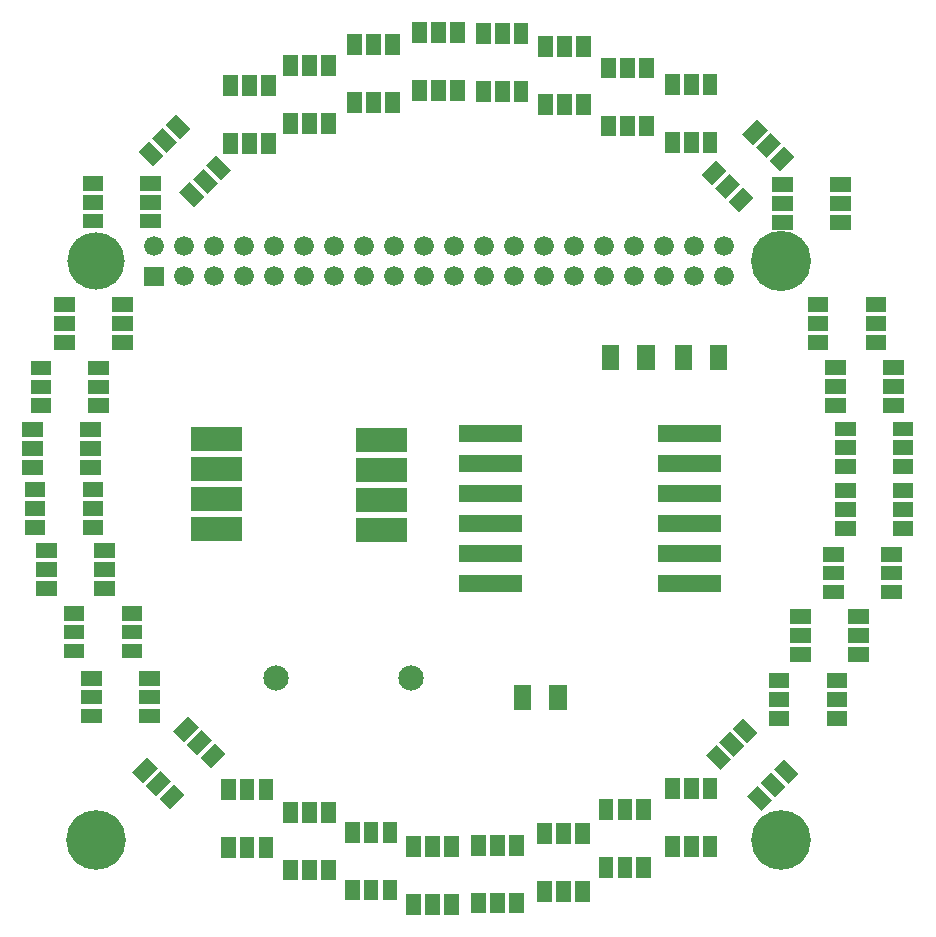
<source format=gbr>
G04 start of page 6 for group -4063 idx -4063 *
G04 Title: (unknown), componentmask *
G04 Creator: pcb 4.2.0 *
G04 CreationDate: Fri Jan  3 20:58:43 2020 UTC *
G04 For: blinken *
G04 Format: Gerber/RS-274X *
G04 PCB-Dimensions (mil): 3149.61 3149.61 *
G04 PCB-Coordinate-Origin: lower left *
%MOIN*%
%FSLAX25Y25*%
%LNTOPMASK*%
%ADD50C,0.1908*%
%ADD49C,0.2008*%
%ADD48C,0.1988*%
%ADD47C,0.0001*%
%ADD46C,0.0847*%
%ADD45C,0.0660*%
G54D45*X102795Y221299D03*
X112795D03*
X122795D03*
X102795Y231299D03*
X112795D03*
X122795D03*
X132795D03*
X142795D03*
X152795D03*
X132795Y221299D03*
X142795D03*
X152795D03*
X162795D03*
G54D46*X138677Y87487D03*
X93401D03*
G54D45*X72795Y221299D03*
Y231299D03*
X82795Y221299D03*
Y231299D03*
G54D47*G36*
X49495Y224599D02*Y217999D01*
X56095D01*
Y224599D01*
X49495D01*
G37*
G54D45*X52795Y231299D03*
X62795Y221299D03*
Y231299D03*
X92795Y221299D03*
Y231299D03*
X162795D03*
X172795Y221299D03*
X182795D03*
X192795D03*
X172795Y231299D03*
X182795D03*
X192795D03*
X202795D03*
X212795D03*
X222795D03*
X202795Y221299D03*
X212795D03*
X222795D03*
X232795D03*
Y231299D03*
X242795D03*
Y221299D03*
G54D48*X261811Y33465D03*
G54D49*Y226378D03*
G54D50*X33465D03*
G54D48*Y33465D03*
G54D47*G36*
X65318Y171169D02*Y163263D01*
X82279D01*
Y171169D01*
X65318D01*
G37*
G36*
X154612Y171923D02*Y165986D01*
X175549D01*
Y171923D01*
X154612D01*
G37*
G36*
X220793D02*Y165986D01*
X241730D01*
Y171923D01*
X220793D01*
G37*
G36*
X65318Y161169D02*Y153263D01*
X82279D01*
Y161169D01*
X65318D01*
G37*
G36*
X154612Y161923D02*Y155986D01*
X175549D01*
Y161923D01*
X154612D01*
G37*
G36*
X220793D02*Y155986D01*
X241730D01*
Y161923D01*
X220793D01*
G37*
G36*
X65318Y151169D02*Y143263D01*
X82279D01*
Y151169D01*
X65318D01*
G37*
G36*
X154612Y151923D02*Y145986D01*
X175549D01*
Y151923D01*
X154612D01*
G37*
G36*
X220793D02*Y145986D01*
X241730D01*
Y151923D01*
X220793D01*
G37*
G36*
X65318Y141169D02*Y133263D01*
X82279D01*
Y141169D01*
X65318D01*
G37*
G36*
X154612Y141923D02*Y135986D01*
X175549D01*
Y141923D01*
X154612D01*
G37*
G36*
X220793D02*Y135986D01*
X241730D01*
Y141923D01*
X220793D01*
G37*
G36*
X120263Y170669D02*Y162763D01*
X137224D01*
Y170669D01*
X120263D01*
G37*
G36*
Y160669D02*Y152763D01*
X137224D01*
Y160669D01*
X120263D01*
G37*
G36*
Y150669D02*Y142763D01*
X137224D01*
Y150669D01*
X120263D01*
G37*
G36*
Y140669D02*Y132763D01*
X137224D01*
Y140669D01*
X120263D01*
G37*
G36*
X178568Y84985D02*X172850D01*
Y76905D01*
X178568D01*
Y84985D01*
G37*
G36*
X190378D02*X184660D01*
Y76905D01*
X190378D01*
Y84985D01*
G37*
G36*
X154612Y121923D02*Y115986D01*
X175549D01*
Y121923D01*
X154612D01*
G37*
G36*
Y131923D02*Y125986D01*
X175549D01*
Y131923D01*
X154612D01*
G37*
G36*
X220793Y121923D02*Y115986D01*
X241730D01*
Y121923D01*
X220793D01*
G37*
G36*
Y131923D02*Y125986D01*
X241730D01*
Y131923D01*
X220793D01*
G37*
G36*
X302075Y119972D02*X302075Y124909D01*
X295169Y124909D01*
X295169Y119972D01*
X302075Y119972D01*
G37*
G36*
X295169Y118610D02*Y113673D01*
X302075D01*
Y118610D01*
X295169D01*
G37*
G36*
Y131209D02*Y126272D01*
X302075D01*
Y131209D01*
X295169D01*
G37*
G36*
X275878Y118610D02*Y113673D01*
X282783D01*
Y118610D01*
X275878D01*
G37*
G36*
X282783Y119972D02*X282783Y124909D01*
X275878Y124909D01*
X275878Y119972D01*
X282783Y119972D01*
G37*
G36*
X275878Y131209D02*Y126272D01*
X282783D01*
Y131209D01*
X275878D01*
G37*
G36*
X291051Y99106D02*X291051Y104043D01*
X284146Y104043D01*
X284146Y99106D01*
X291051Y99106D01*
G37*
G36*
X284146Y97744D02*Y92807D01*
X291051D01*
Y97744D01*
X284146D01*
G37*
G36*
X283965Y77846D02*X283965Y82783D01*
X277059Y82783D01*
X277059Y77846D01*
X283965Y77846D01*
G37*
G36*
X277059Y89083D02*Y84146D01*
X283965D01*
Y89083D01*
X277059D01*
G37*
G36*
X284146Y110343D02*Y105406D01*
X291051D01*
Y110343D01*
X284146D01*
G37*
G36*
X264854Y97744D02*Y92807D01*
X271760D01*
Y97744D01*
X264854D01*
G37*
G36*
X271760Y99106D02*X271760Y104043D01*
X264854Y104043D01*
X264854Y99106D01*
X271760Y99106D01*
G37*
G36*
X264854Y110343D02*Y105406D01*
X271760D01*
Y110343D01*
X264854D01*
G37*
G36*
X264673Y77846D02*X264673Y82783D01*
X257768Y82783D01*
X257768Y77846D01*
X264673Y77846D01*
G37*
G36*
X257768Y89083D02*Y84146D01*
X264673D01*
Y89083D01*
X257768D01*
G37*
G36*
X299106Y160343D02*Y155406D01*
X306012D01*
Y160343D01*
X299106D01*
G37*
G36*
X279815D02*Y155406D01*
X286720D01*
Y160343D01*
X279815D01*
G37*
G36*
Y139870D02*Y134933D01*
X286720D01*
Y139870D01*
X279815D01*
G37*
G36*
X286720Y141232D02*X286720Y146169D01*
X279815Y146169D01*
X279815Y141232D01*
X286720Y141232D01*
G37*
G36*
X279815Y152468D02*Y147531D01*
X286720D01*
Y152468D01*
X279815D01*
G37*
G36*
X286720Y161705D02*X286720Y166642D01*
X279815Y166642D01*
X279815Y161705D01*
X286720Y161705D01*
G37*
G36*
X279815Y172941D02*Y168004D01*
X286720D01*
Y172941D01*
X279815D01*
G37*
G36*
X306012Y141232D02*X306012Y146169D01*
X299106Y146169D01*
X299106Y141232D01*
X306012Y141232D01*
G37*
G36*
X299106Y139870D02*Y134933D01*
X306012D01*
Y139870D01*
X299106D01*
G37*
G36*
Y152468D02*Y147531D01*
X306012D01*
Y152468D01*
X299106D01*
G37*
G36*
X302862Y182177D02*X302862Y187114D01*
X295957Y187114D01*
X295957Y182177D01*
X302862Y182177D01*
G37*
G36*
X295957Y193413D02*Y188476D01*
X302862D01*
Y193413D01*
X295957D01*
G37*
G36*
Y180815D02*Y175878D01*
X302862D01*
Y180815D01*
X295957D01*
G37*
G36*
X306012Y161705D02*X306012Y166642D01*
X299106Y166642D01*
X299106Y161705D01*
X306012Y161705D01*
G37*
G36*
X299106Y172941D02*Y168004D01*
X306012D01*
Y172941D01*
X299106D01*
G37*
G36*
X296957Y203043D02*X296957Y207980D01*
X290051Y207980D01*
X290051Y203043D01*
X296957Y203043D01*
G37*
G36*
X290051Y214280D02*Y209343D01*
X296957D01*
Y214280D01*
X290051D01*
G37*
G36*
Y201681D02*Y196744D01*
X296957D01*
Y201681D01*
X290051D01*
G37*
G36*
X257768Y76484D02*Y71547D01*
X264673D01*
Y76484D01*
X257768D01*
G37*
G36*
X277059D02*Y71547D01*
X283965D01*
Y76484D01*
X277059D01*
G37*
G36*
X258391Y56005D02*X254900Y52514D01*
X259783Y47631D01*
X263274Y51122D01*
X258391Y56005D01*
G37*
G36*
X253937Y51550D02*X250446Y48059D01*
X255329Y43177D01*
X258820Y46668D01*
X253937Y51550D01*
G37*
G36*
X228059Y54043D02*X223122Y54043D01*
X223122Y47138D01*
X228059Y47138D01*
X228059Y54043D01*
G37*
G36*
X234358Y54043D02*X229421Y54043D01*
X229421Y47138D01*
X234358Y47138D01*
X234358Y54043D01*
G37*
G36*
X240657Y54043D02*X235720Y54043D01*
X235720Y47138D01*
X240657Y47138D01*
X240657Y54043D01*
G37*
G36*
X262845Y60459D02*X259354Y56968D01*
X264237Y52085D01*
X267728Y55576D01*
X262845Y60459D01*
G37*
G36*
X240296Y65192D02*X236805Y61701D01*
X241688Y56818D01*
X245179Y60309D01*
X240296Y65192D01*
G37*
G36*
X244750Y69646D02*X241259Y66155D01*
X246142Y61272D01*
X249633Y64763D01*
X244750Y69646D01*
G37*
G36*
X249204Y74100D02*X245713Y70609D01*
X250596Y65726D01*
X254087Y69217D01*
X249204Y74100D01*
G37*
G36*
X80028Y53650D02*X75091Y53650D01*
X75091Y46744D01*
X80028Y46744D01*
X80028Y53650D01*
G37*
G36*
X86327Y53650D02*X81390Y53650D01*
X81390Y46744D01*
X86327Y46744D01*
X86327Y53650D01*
G37*
G36*
X92626Y53650D02*X87689Y53650D01*
X87689Y46744D01*
X92626Y46744D01*
X92626Y53650D01*
G37*
G36*
X58501Y52982D02*X55010Y56473D01*
X50127Y51590D01*
X53618Y48099D01*
X58501Y52982D01*
G37*
G36*
X62955Y48528D02*X59464Y52019D01*
X54581Y47136D01*
X58072Y43645D01*
X62955Y48528D01*
G37*
G36*
X54047Y57437D02*X50556Y60928D01*
X45673Y56045D01*
X49164Y52554D01*
X54047Y57437D01*
G37*
G36*
X67688Y71078D02*X64197Y74569D01*
X59314Y69686D01*
X62805Y66195D01*
X67688Y71078D01*
G37*
G36*
X72142Y66623D02*X68651Y70114D01*
X63768Y65231D01*
X67259Y61740D01*
X72142Y66623D01*
G37*
G36*
X76596Y62169D02*X73105Y65660D01*
X68222Y60777D01*
X71713Y57286D01*
X76596Y62169D01*
G37*
G36*
X28634Y77272D02*Y72335D01*
X35539D01*
Y77272D01*
X28634D01*
G37*
G36*
X47925Y77272D02*X47925Y72335D01*
X54831Y72335D01*
X54831Y77272D01*
X47925Y77272D01*
G37*
G36*
X80028Y34358D02*X75091D01*
Y27453D01*
X80028D01*
Y34358D01*
G37*
G36*
X212311Y27665D02*X207374Y27665D01*
X207374Y20760D01*
X212311Y20760D01*
X212311Y27665D01*
G37*
G36*
X206012Y27665D02*X201075D01*
Y20760D01*
X206012D01*
Y27665D01*
G37*
G36*
X191839Y19791D02*X186902Y19791D01*
X186902Y12886D01*
X191839Y12886D01*
X191839Y19791D01*
G37*
G36*
X198138Y19791D02*X193201D01*
Y12886D01*
X198138D01*
Y19791D01*
G37*
G36*
X185539Y19791D02*X180602D01*
Y12886D01*
X185539D01*
Y19791D01*
G37*
G36*
X169791Y15854D02*X164854Y15854D01*
X164854Y8949D01*
X169791Y8949D01*
X169791Y15854D01*
G37*
G36*
X163492Y15854D02*X158555D01*
Y8949D01*
X163492D01*
Y15854D01*
G37*
G36*
X176091Y15854D02*X171154D01*
Y8949D01*
X176091D01*
Y15854D01*
G37*
G36*
X148138Y15461D02*X143201Y15461D01*
X143201Y8555D01*
X148138Y8555D01*
X148138Y15461D01*
G37*
G36*
X141839Y15461D02*X136902D01*
Y8555D01*
X141839D01*
Y15461D01*
G37*
G36*
X154437Y15461D02*X149500D01*
Y8555D01*
X154437D01*
Y15461D01*
G37*
G36*
X127665Y20185D02*X122728Y20185D01*
X122728Y13280D01*
X127665Y13280D01*
X127665Y20185D01*
G37*
G36*
X121366Y20185D02*X116429D01*
Y13280D01*
X121366D01*
Y20185D01*
G37*
G36*
X107193Y26878D02*X102256Y26878D01*
X102256Y19972D01*
X107193Y19972D01*
X107193Y26878D01*
G37*
G36*
X113492Y26878D02*X108555D01*
Y19972D01*
X113492D01*
Y26878D01*
G37*
G36*
X100894Y26878D02*X95957D01*
Y19972D01*
X100894D01*
Y26878D01*
G37*
G36*
X133965Y20185D02*X129028D01*
Y13280D01*
X133965D01*
Y20185D01*
G37*
G36*
X185539Y39083D02*X180602Y39083D01*
X180602Y32177D01*
X185539Y32177D01*
X185539Y39083D01*
G37*
G36*
X191839Y39083D02*X186902Y39083D01*
X186902Y32177D01*
X191839Y32177D01*
X191839Y39083D01*
G37*
G36*
X198138Y39083D02*X193201Y39083D01*
X193201Y32177D01*
X198138Y32177D01*
X198138Y39083D01*
G37*
G36*
X163492Y35146D02*X158555Y35146D01*
X158555Y28240D01*
X163492Y28240D01*
X163492Y35146D01*
G37*
G36*
X169791Y35146D02*X164854Y35146D01*
X164854Y28240D01*
X169791Y28240D01*
X169791Y35146D01*
G37*
G36*
X176091Y35146D02*X171154Y35146D01*
X171154Y28240D01*
X176091Y28240D01*
X176091Y35146D01*
G37*
G36*
X148138Y34752D02*X143201Y34752D01*
X143201Y27846D01*
X148138Y27846D01*
X148138Y34752D01*
G37*
G36*
X154437Y34752D02*X149500Y34752D01*
X149500Y27846D01*
X154437Y27846D01*
X154437Y34752D01*
G37*
G36*
X234358Y34752D02*X229421Y34752D01*
X229421Y27846D01*
X234358Y27846D01*
X234358Y34752D01*
G37*
G36*
X240657Y34752D02*X235720D01*
Y27846D01*
X240657D01*
Y34752D01*
G37*
G36*
X228059Y34752D02*X223122D01*
Y27846D01*
X228059D01*
Y34752D01*
G37*
G36*
X218610Y27665D02*X213673D01*
Y20760D01*
X218610D01*
Y27665D01*
G37*
G36*
X206012Y46957D02*X201075Y46957D01*
X201075Y40051D01*
X206012Y40051D01*
X206012Y46957D01*
G37*
G36*
X212311Y46957D02*X207374Y46957D01*
X207374Y40051D01*
X212311Y40051D01*
X212311Y46957D01*
G37*
G36*
X218610Y46957D02*X213673Y46957D01*
X213673Y40051D01*
X218610Y40051D01*
X218610Y46957D01*
G37*
G36*
X141839Y34752D02*X136902Y34752D01*
X136902Y27846D01*
X141839Y27846D01*
X141839Y34752D01*
G37*
G36*
X127665Y39476D02*X122728Y39476D01*
X122728Y32571D01*
X127665Y32571D01*
X127665Y39476D01*
G37*
G36*
X133965Y39476D02*X129028Y39476D01*
X129028Y32571D01*
X133965Y32571D01*
X133965Y39476D01*
G37*
G36*
X121366Y39476D02*X116429Y39476D01*
X116429Y32571D01*
X121366Y32571D01*
X121366Y39476D01*
G37*
G36*
X100894Y46169D02*X95957Y46169D01*
X95957Y39264D01*
X100894Y39264D01*
X100894Y46169D01*
G37*
G36*
X107193Y46169D02*X102256Y46169D01*
X102256Y39264D01*
X107193Y39264D01*
X107193Y46169D01*
G37*
G36*
X113492Y46169D02*X108555Y46169D01*
X108555Y39264D01*
X113492Y39264D01*
X113492Y46169D01*
G37*
G36*
X86327Y34358D02*X81390Y34358D01*
X81390Y27453D01*
X86327Y27453D01*
X86327Y34358D01*
G37*
G36*
X92626Y34358D02*X87689D01*
Y27453D01*
X92626D01*
Y34358D01*
G37*
G36*
X30996Y193217D02*X30996Y188280D01*
X37902Y188280D01*
X37902Y193217D01*
X30996Y193217D01*
G37*
G36*
X37902Y181980D02*X37902Y186917D01*
X30996Y186917D01*
X30996Y181980D01*
X37902Y181980D01*
G37*
G36*
X30996Y180618D02*X30996Y175681D01*
X37902Y175681D01*
X37902Y180618D01*
X30996Y180618D01*
G37*
G36*
X26484Y203043D02*X26484Y207980D01*
X19579Y207980D01*
X19579Y203043D01*
X26484Y203043D01*
G37*
G36*
X19579Y214280D02*Y209343D01*
X26484D01*
Y214280D01*
X19579D01*
G37*
G36*
X19579Y201681D02*Y196744D01*
X26484D01*
Y201681D01*
X19579D01*
G37*
G36*
X38870Y214280D02*X38870Y209343D01*
X45776Y209343D01*
X45776Y214280D01*
X38870Y214280D01*
G37*
G36*
X45776Y203043D02*X45776Y207980D01*
X38870Y207980D01*
X38870Y203043D01*
X45776Y203043D01*
G37*
G36*
X38870Y201681D02*X38870Y196744D01*
X45776Y196744D01*
X45776Y201681D01*
X38870Y201681D01*
G37*
G36*
X47925Y89870D02*X47925Y84933D01*
X54831Y84933D01*
X54831Y89870D01*
X47925Y89870D01*
G37*
G36*
X54831Y78634D02*X54831Y83571D01*
X47925Y83571D01*
X47925Y78634D01*
X54831Y78634D01*
G37*
G36*
X42020Y111524D02*X42020Y106587D01*
X48925Y106587D01*
X48925Y111524D01*
X42020Y111524D01*
G37*
G36*
X48925Y100287D02*X48925Y105224D01*
X42020Y105224D01*
X42020Y100287D01*
X48925Y100287D01*
G37*
G36*
X42020Y98925D02*X42020Y93988D01*
X48925Y93988D01*
X48925Y98925D01*
X42020Y98925D01*
G37*
G36*
X55571Y270873D02*X52080Y267382D01*
X56963Y262499D01*
X60454Y265990D01*
X55571Y270873D01*
G37*
G36*
X51117Y266419D02*X47626Y262928D01*
X52509Y258045D01*
X56000Y261536D01*
X51117Y266419D01*
G37*
G36*
X35933Y243595D02*X35933Y248532D01*
X29028Y248532D01*
X29028Y243594D01*
X35933Y243595D01*
G37*
G36*
X29028Y254831D02*Y249894D01*
X35933D01*
Y254831D01*
X29028D01*
G37*
G36*
X29028Y242232D02*Y237295D01*
X35933D01*
Y242232D01*
X29028D01*
G37*
G36*
X48319Y254831D02*X48319Y249894D01*
X55224Y249894D01*
X55224Y254831D01*
X48319Y254831D01*
G37*
G36*
X55224Y243595D02*X55224Y248532D01*
X48319Y248531D01*
X48319Y243594D01*
X55224Y243595D01*
G37*
G36*
X48319Y242232D02*X48319Y237295D01*
X55224Y237295D01*
X55224Y242232D01*
X48319Y242232D01*
G37*
G36*
X20579Y121154D02*X20579Y126091D01*
X13673Y126091D01*
X13673Y121154D01*
X20579Y121154D01*
G37*
G36*
X13673Y119791D02*Y114854D01*
X20579D01*
Y119791D01*
X13673D01*
G37*
G36*
X13673Y132390D02*Y127453D01*
X20579D01*
Y132390D01*
X13673D01*
G37*
G36*
X16642Y141429D02*X16642Y146366D01*
X9736Y146366D01*
X9736Y141429D01*
X16642Y141429D01*
G37*
G36*
X9736Y152665D02*Y147728D01*
X16642D01*
Y152665D01*
X9736D01*
G37*
G36*
X9736Y140067D02*Y135130D01*
X16642D01*
Y140067D01*
X9736D01*
G37*
G36*
X15854Y161508D02*X15854Y166445D01*
X8949Y166445D01*
X8949Y161508D01*
X15854Y161508D01*
G37*
G36*
X8949Y160146D02*Y155209D01*
X15854D01*
Y160146D01*
X8949D01*
G37*
G36*
X8949Y172744D02*Y167807D01*
X15854D01*
Y172744D01*
X8949D01*
G37*
G36*
X18610Y181980D02*X18610Y186917D01*
X11705Y186917D01*
X11705Y181980D01*
X18610Y181980D01*
G37*
G36*
X11705Y193217D02*Y188280D01*
X18610D01*
Y193217D01*
X11705D01*
G37*
G36*
X11705Y180618D02*Y175681D01*
X18610D01*
Y180618D01*
X11705D01*
G37*
G36*
X29028Y152665D02*X29028Y147728D01*
X35933Y147728D01*
X35933Y152665D01*
X29028Y152665D01*
G37*
G36*
X35933Y141429D02*X35933Y146366D01*
X29028Y146366D01*
X29028Y141429D01*
X35933Y141429D01*
G37*
G36*
X29028Y140067D02*X29028Y135130D01*
X35933Y135130D01*
X35933Y140067D01*
X29028Y140067D01*
G37*
G36*
X32965Y132390D02*X32965Y127453D01*
X39870Y127453D01*
X39870Y132390D01*
X32965Y132390D01*
G37*
G36*
X39870Y121154D02*X39870Y126091D01*
X32965Y126091D01*
X32965Y121154D01*
X39870Y121154D01*
G37*
G36*
X32965Y119791D02*X32965Y114854D01*
X39870Y114854D01*
X39870Y119791D01*
X32965Y119791D01*
G37*
G36*
X35539Y78634D02*X35539Y83571D01*
X28634Y83571D01*
X28634Y78634D01*
X35539Y78634D01*
G37*
G36*
X28634Y89870D02*Y84933D01*
X35539D01*
Y89870D01*
X28634D01*
G37*
G36*
X29634Y100287D02*X29634Y105224D01*
X22728Y105224D01*
X22728Y100287D01*
X29634Y100287D01*
G37*
G36*
X22728Y98925D02*Y93988D01*
X29634D01*
Y98925D01*
X22728D01*
G37*
G36*
X22728Y111524D02*Y106587D01*
X29634D01*
Y111524D01*
X22728D01*
G37*
G36*
X28240Y172744D02*X28240Y167807D01*
X35146Y167807D01*
X35146Y172744D01*
X28240Y172744D01*
G37*
G36*
X35146Y161508D02*X35146Y166445D01*
X28240Y166445D01*
X28240Y161508D01*
X35146Y161508D01*
G37*
G36*
X28240Y160146D02*X28240Y155209D01*
X35146Y155209D01*
X35146Y160146D01*
X28240Y160146D01*
G37*
G36*
X219709Y198331D02*X213991D01*
Y190251D01*
X219709D01*
Y198331D01*
G37*
G36*
X207899D02*X202181D01*
Y190251D01*
X207899D01*
Y198331D01*
G37*
G36*
X243921D02*X238203D01*
Y190251D01*
X243921D01*
Y198331D01*
G37*
G36*
X232111D02*X226393D01*
Y190251D01*
X232111D01*
Y198331D01*
G37*
G36*
X276665Y180815D02*Y175878D01*
X283571D01*
Y180815D01*
X276665D01*
G37*
G36*
X283571Y182177D02*X283571Y187114D01*
X276665Y187114D01*
X276665Y182177D01*
X283571Y182177D01*
G37*
G36*
X276665Y193413D02*Y188476D01*
X283571D01*
Y193413D01*
X276665D01*
G37*
G36*
X270760Y201681D02*Y196744D01*
X277665D01*
Y201681D01*
X270760D01*
G37*
G36*
X277665Y203043D02*X277665Y207980D01*
X270760Y207980D01*
X270760Y203043D01*
X277665Y203043D01*
G37*
G36*
X270760Y214280D02*Y209343D01*
X277665D01*
Y214280D01*
X270760D01*
G37*
G36*
X261818Y265689D02*X258327Y269180D01*
X253444Y264297D01*
X256935Y260806D01*
X261818Y265689D01*
G37*
G36*
X257364Y270143D02*X253873Y273634D01*
X248990Y268751D01*
X252481Y265260D01*
X257364Y270143D01*
G37*
G36*
X252631Y247593D02*X249140Y251084D01*
X244257Y246201D01*
X247748Y242710D01*
X252631Y247593D01*
G37*
G36*
X248177Y252048D02*X244686Y255539D01*
X239803Y250656D01*
X243294Y247165D01*
X248177Y252048D01*
G37*
G36*
X243723Y256502D02*X240232Y259993D01*
X235349Y255110D01*
X238840Y251619D01*
X243723Y256502D01*
G37*
G36*
X266272Y261234D02*X262781Y264725D01*
X257898Y259843D01*
X261389Y256352D01*
X266272Y261234D01*
G37*
G36*
X258949Y241839D02*Y236902D01*
X265854D01*
Y241839D01*
X258949D01*
G37*
G36*
X265854Y243201D02*X265854Y248138D01*
X258949Y248138D01*
X258949Y243201D01*
X265854Y243201D01*
G37*
G36*
X258949Y254437D02*Y249500D01*
X265854D01*
Y254437D01*
X258949D01*
G37*
G36*
X285146Y243201D02*X285146Y248138D01*
X278240Y248138D01*
X278240Y243201D01*
X285146Y243201D01*
G37*
G36*
X278240Y254437D02*Y249500D01*
X285146D01*
Y254437D01*
X278240D01*
G37*
G36*
Y241839D02*Y236902D01*
X285146D01*
Y241839D01*
X278240D01*
G37*
G36*
X219398Y274909D02*X214461D01*
Y268004D01*
X219398D01*
Y274909D01*
G37*
G36*
X213098D02*X208161D01*
Y268004D01*
X213098D01*
Y274909D01*
G37*
G36*
X206799D02*X201862D01*
Y268004D01*
X206799D01*
Y274909D01*
G37*
G36*
X240657Y269398D02*X235720D01*
Y262492D01*
X240657D01*
Y269398D01*
G37*
G36*
X234358D02*X229421D01*
Y262492D01*
X234358D01*
Y269398D01*
G37*
G36*
X228059D02*X223122D01*
Y262492D01*
X228059D01*
Y269398D01*
G37*
G36*
X73666Y261686D02*X70175Y258195D01*
X75058Y253312D01*
X78549Y256803D01*
X73666Y261686D01*
G37*
G36*
X69212Y257232D02*X65721Y253741D01*
X70604Y248858D01*
X74095Y252349D01*
X69212Y257232D01*
G37*
G36*
X64758Y252778D02*X61267Y249287D01*
X66150Y244404D01*
X69641Y247895D01*
X64758Y252778D01*
G37*
G36*
X60025Y275327D02*X56534Y271836D01*
X61417Y266953D01*
X64908Y270444D01*
X60025Y275327D01*
G37*
G36*
X87114Y288295D02*X82177D01*
Y281390D01*
X87114D01*
Y288295D01*
G37*
G36*
X93413D02*X88476D01*
Y281390D01*
X93413D01*
Y288295D01*
G37*
G36*
X100894Y294988D02*X95957D01*
Y288083D01*
X100894D01*
Y294988D01*
G37*
G36*
X107193D02*X102256D01*
Y288083D01*
X107193D01*
Y294988D01*
G37*
G36*
X113492D02*X108555D01*
Y288083D01*
X113492D01*
Y294988D01*
G37*
G36*
X128453Y302075D02*X123516D01*
Y295169D01*
X128453D01*
Y302075D01*
G37*
G36*
X122154D02*X117217D01*
Y295169D01*
X122154D01*
Y302075D01*
G37*
G36*
X128453Y282783D02*X123516D01*
Y275878D01*
X128453D01*
Y282783D01*
G37*
G36*
X122154D02*X117217D01*
Y275878D01*
X122154D01*
Y282783D01*
G37*
G36*
X134752D02*X129815D01*
Y275878D01*
X134752D01*
Y282783D01*
G37*
G36*
X150106Y286720D02*X145169D01*
Y279815D01*
X150106D01*
Y286720D01*
G37*
G36*
X143807D02*X138870D01*
Y279815D01*
X143807D01*
Y286720D01*
G37*
G36*
X134752Y302075D02*X129815D01*
Y295169D01*
X134752D01*
Y302075D01*
G37*
G36*
X150106Y306012D02*X145169D01*
Y299106D01*
X150106D01*
Y306012D01*
G37*
G36*
X143807D02*X138870D01*
Y299106D01*
X143807D01*
Y306012D01*
G37*
G36*
X156406D02*X151469D01*
Y299106D01*
X156406D01*
Y306012D01*
G37*
G36*
X171366Y305618D02*X166429D01*
Y298713D01*
X171366D01*
Y305618D01*
G37*
G36*
X165067D02*X160130D01*
Y298713D01*
X165067D01*
Y305618D01*
G37*
G36*
X156406Y286720D02*X151469D01*
Y279815D01*
X156406D01*
Y286720D01*
G37*
G36*
X177665Y286327D02*X172728D01*
Y279421D01*
X177665D01*
Y286327D01*
G37*
G36*
X171366D02*X166429D01*
Y279421D01*
X171366D01*
Y286327D01*
G37*
G36*
X165067D02*X160130D01*
Y279421D01*
X165067D01*
Y286327D01*
G37*
G36*
X177665Y305618D02*X172728D01*
Y298713D01*
X177665D01*
Y305618D01*
G37*
G36*
X192232Y301287D02*X187295D01*
Y294382D01*
X192232D01*
Y301287D01*
G37*
G36*
X198531Y281996D02*X193594D01*
Y275091D01*
X198531D01*
Y281996D01*
G37*
G36*
X192232D02*X187295D01*
Y275091D01*
X192232D01*
Y281996D01*
G37*
G36*
X198531Y301287D02*X193594D01*
Y294382D01*
X198531D01*
Y301287D01*
G37*
G36*
X185933D02*X180996D01*
Y294382D01*
X185933D01*
Y301287D01*
G37*
G36*
Y281996D02*X180996D01*
Y275091D01*
X185933D01*
Y281996D01*
G37*
G36*
X213098Y294201D02*X208161D01*
Y287295D01*
X213098D01*
Y294201D01*
G37*
G36*
X206799D02*X201862D01*
Y287295D01*
X206799D01*
Y294201D01*
G37*
G36*
X219398D02*X214461D01*
Y287295D01*
X219398D01*
Y294201D01*
G37*
G36*
X234358Y288689D02*X229421D01*
Y281783D01*
X234358D01*
Y288689D01*
G37*
G36*
X240657D02*X235720D01*
Y281783D01*
X240657D01*
Y288689D01*
G37*
G36*
X228059D02*X223122D01*
Y281783D01*
X228059D01*
Y288689D01*
G37*
G36*
X80815Y288295D02*X75878D01*
Y281390D01*
X80815D01*
Y288295D01*
G37*
G36*
X93413Y269004D02*X88476D01*
Y262098D01*
X93413D01*
Y269004D01*
G37*
G36*
X87114D02*X82177D01*
Y262098D01*
X87114D01*
Y269004D01*
G37*
G36*
X80815D02*X75878D01*
Y262098D01*
X80815D01*
Y269004D01*
G37*
G36*
X100894Y275697D02*X95957D01*
Y268791D01*
X100894D01*
Y275697D01*
G37*
G36*
X113492D02*X108555D01*
Y268791D01*
X113492D01*
Y275697D01*
G37*
G36*
X107193D02*X102256D01*
Y268791D01*
X107193D01*
Y275697D01*
G37*
M02*

</source>
